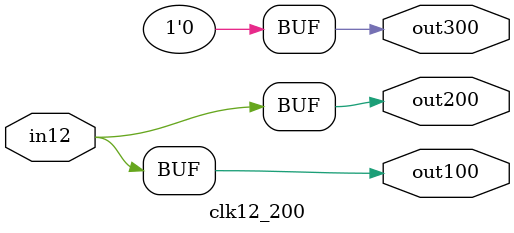
<source format=v>
/* verilator lint_off UNUSED */

// clock model. CPU and fractal engine run at the same frequency (they differ in FPGA implementation)
module clk12_200 (in12, out100, out200, out300);
   input wire in12;
   output wire out100 = in12;
   output wire out200 = in12;
   output reg  out300 = 1'b0;      
endmodule

</source>
